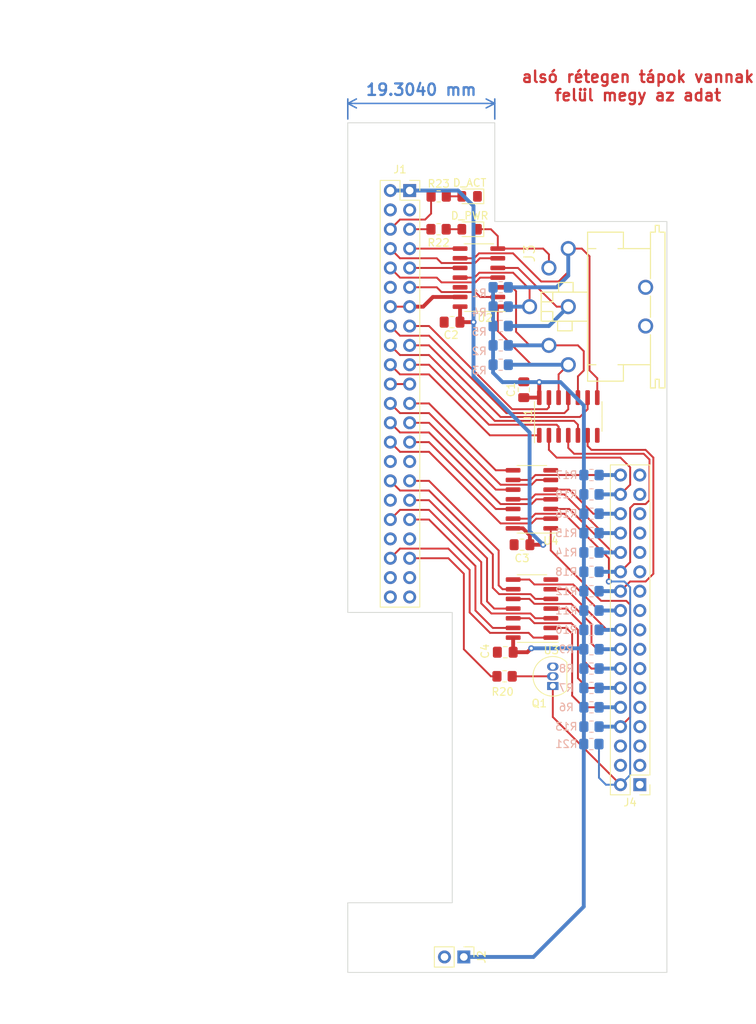
<source format=kicad_pcb>
(kicad_pcb (version 20211014) (generator pcbnew)
  (layers (0 "F.Cu" signal) (31 "B.Cu" signal) (34 "B.Paste" user) (35 "F.Paste" user) (36 "B.SilkS" user "B.Silkscreen") (37 "F.SilkS" user "F.Silkscreen") (38 "B.Mask" user) (39 "F.Mask" user) (44 "Edge.Cuts" user))
  (net 0 "")
  (net 1 "+3V3")
  (net 2 "/WDATE")
  (net 3 "GND")
  (net 7 "+5V")
  (net 8 "/Serial interface/~{SRQ}")
  (net 9 "/Serial interface/~{ATN}")
  (net 10 "/Serial interface/~{CLK}")
  (net 11 "/Serial interface/~{DATA}")
  (net 12 "/Serial interface/~{RESET}")
  (net 14 "/IBM PC floppy interface/~{REDWC}")
  (net 18 "/IBM PC floppy interface/~{INDEX}")
  (net 19 "/IBM PC floppy interface/~{MOTEA}")
  (net 20 "/IBM PC floppy interface/~{DRVSB}")
  (net 21 "/IBM PC floppy interface/~{DRVSA}")
  (net 22 "/IBM PC floppy interface/~{MOTEB}")
  (net 23 "/IBM PC floppy interface/~{DIR}")
  (net 24 "/IBM PC floppy interface/~{STEP}")
  (net 25 "/IBM PC floppy interface/~{WDATE}")
  (net 26 "/IBM PC floppy interface/~{WGATE}")
  (net 27 "/IBM PC floppy interface/~{TRK00}")
  (net 28 "/IBM PC floppy interface/~{WPT}")
  (net 29 "/IBM PC floppy interface/~{RDATA}")
  (net 30 "/IBM PC floppy interface/~{SIDE1}")
  (net 31 "/IBM PC floppy interface/~{DSKCHG}")
  (net 32 "/WGATE")
  (net 33 "Net-(Q1-Pad2)")
  (net 35 "/RESET_IN")
  (net 36 "/ATN_IN")
  (net 37 "/CLK_IN")
  (net 38 "/DATA_IN")
  (net 39 "/SQR_IN")
  (net 40 "/SRQ_OUT")
  (net 41 "/CLK_OUT")
  (net 42 "/DATA_OUT")
  (net 47 "/DSKCHG")
  (net 48 "/RDATA")
  (net 49 "/WPT")
  (net 50 "/TRK00")
  (net 51 "/INDEX")
  (net 52 "/REDWC_IN")
  (net 53 "/STEP")
  (net 54 "/DIR")
  (net 55 "/MOTEB")
  (net 57 "/DRVSB")
  (net 58 "/DRVSA")
  (net 59 "/SIDE1")
  (net 60 "/REDWC_OUT")
  (net 61 "/MOTEA")
  (net 62 "/PWR")
  (net 63 "/ACTION")
  (net 64 "Net-(D_ACT1-Pad2)")
  (net 65 "Net-(D_PWR1-Pad2)")
  (footprint "Capacitor_SMD:C_0805_2012Metric_Pad1.18x1.45mm_HandSolder" (layer "F.Cu") (at 102.5945 75.692 180)
    (fp_text reference "C2")
    (fp_text value "100n")
  )
  (footprint "Resistor_SMD:R_0805_2012Metric_Pad1.20x1.40mm_HandSolder" (layer "F.Cu") (at 100.838 59.182)
    (fp_text reference "R23")
    (fp_text value "680")
  )
  (footprint "Package_SO:SOIC-14_3.9x8.7mm_P1.27mm" (layer "F.Cu") (at 117.856 88.073 90)
    (fp_text reference "U1")
    (fp_text value "74LS06")
  )
  (footprint "Connector_PinHeader_2.54mm:PinHeader_1x02_P2.54mm_Vertical" (layer "F.Cu") (at 104.14 159.004 -90)
    (fp_text reference "J2")
    (fp_text value "5V_PWR")
  )
  (footprint "Connector_PinHeader_2.54mm:PinHeader_2x17_P2.54mm_Vertical" (layer "F.Cu") (at 127.254 136.398 180)
    (fp_text reference "J4")
    (fp_text value "IBM PC floppy disk drive connector")
  )
  (footprint "LED_SMD:LED_0805_2012Metric_Pad1.15x1.40mm_HandSolder" (layer "F.Cu") (at 104.902 59.182 180)
    (fp_text reference "D_ACT")
    (fp_text value "GREEN")
  )
  (footprint "Capacitor_SMD:C_0805_2012Metric_Pad1.18x1.45mm_HandSolder" (layer "F.Cu") (at 112.014 84.5605 90)
    (fp_text reference "C1")
    (fp_text value "100n")
  )
  (footprint "Capacitor_SMD:C_0805_2012Metric_Pad1.18x1.45mm_HandSolder" (layer "F.Cu") (at 109.5795 119.00948 180)
    (fp_text reference "C4")
    (fp_text value "100n")
  )
  (footprint "Connector_PinSocket_2.54mm:PinSocket_2x22_P2.54mm_Vertical" (layer "F.Cu") (at 97.028 58.42)
    (fp_text reference "J1")
    (fp_text value "FPGA_devboard")
  )
  (footprint "Resistor_SMD:R_0805_2012Metric_Pad1.20x1.40mm_HandSolder" (layer "F.Cu") (at 100.822 63.5)
    (fp_text reference "R22")
    (fp_text value "680")
  )
  (footprint "Package_SO:SOIC-14_3.9x8.7mm_P1.27mm" (layer "F.Cu") (at 106.12422 69.85 180)
    (fp_text reference "U2")
    (fp_text value "74LVC14")
  )
  (footprint "Resistor_SMD:R_0805_2012Metric_Pad1.20x1.40mm_HandSolder" (layer "F.Cu") (at 109.49 122.174)
    (fp_text reference "R20")
    (fp_text value "R")
  )
  (footprint "Capacitor_SMD:C_0805_2012Metric_Pad1.18x1.45mm_HandSolder" (layer "F.Cu") (at 111.7815 104.902 180)
    (fp_text reference "C3")
    (fp_text value "100n")
  )
  (footprint "Package_SO:SOIC-14_3.9x8.7mm_P1.27mm" (layer "F.Cu") (at 113.08152 98.94348 180)
    (fp_text reference "U4")
    (fp_text value "74LVC14")
  )
  (footprint "Package_SO:SOIC-14_3.9x8.7mm_P1.27mm" (layer "F.Cu") (at 113.095 113.284 180)
    (fp_text reference "U3")
    (fp_text value "74LS06")
  )
  (footprint "MAB6H:MAB6H" (layer "F.Cu") (at 122.936 73.66 90)
    (fp_text reference "J3")
    (fp_text value "Serial IEEE-488 Bus")
  )
  (footprint "LED_SMD:LED_0805_2012Metric_Pad1.15x1.40mm_HandSolder" (layer "F.Cu") (at 104.902 63.5 180)
    (fp_text reference "D_PWR")
    (fp_text value "RED")
  )
  (footprint "Package_TO_SOT_THT:TO-92_Inline" (layer "F.Cu") (at 115.824 123.444 90)
    (fp_text reference "Q1")
    (fp_text value "BC337")
  )
  (footprint "Resistor_SMD:R_0805_2012Metric_Pad1.20x1.40mm_HandSolder" (layer "B.Cu") (at 120.904 123.698)
    (fp_text reference "R7")
    (fp_text value "1k")
  )
  (footprint "Resistor_SMD:R_0805_2012Metric_Pad1.20x1.40mm_HandSolder" (layer "B.Cu") (at 108.982 73.66)
    (fp_text reference "R4")
    (fp_text value "1k")
  )
  (footprint "Resistor_SMD:R_0805_2012Metric_Pad1.20x1.40mm_HandSolder" (layer "B.Cu") (at 120.904 116.078)
    (fp_text reference "R10")
    (fp_text value "1k")
  )
  (footprint "Resistor_SMD:R_0805_2012Metric_Pad1.20x1.40mm_HandSolder" (layer "B.Cu") (at 120.904 103.378)
    (fp_text reference "R15")
    (fp_text value "1k")
  )
  (footprint "Resistor_SMD:R_0805_2012Metric_Pad1.20x1.40mm_HandSolder" (layer "B.Cu") (at 120.904 113.538)
    (fp_text reference "R11")
    (fp_text value "1k")
  )
  (footprint "Resistor_SMD:R_0805_2012Metric_Pad1.20x1.40mm_HandSolder" (layer "B.Cu") (at 120.904 121.158)
    (fp_text reference "R8")
    (fp_text value "1k")
  )
  (footprint "Resistor_SMD:R_0805_2012Metric_Pad1.20x1.40mm_HandSolder" (layer "B.Cu") (at 108.982 78.74)
    (fp_text reference "R2")
    (fp_text value "1k")
  )
  (footprint "Resistor_SMD:R_0805_2012Metric_Pad1.20x1.40mm_HandSolder" (layer "B.Cu") (at 120.904 95.758)
    (fp_text reference "R17")
    (fp_text value "1k")
  )
  (footprint "Resistor_SMD:R_0805_2012Metric_Pad1.20x1.40mm_HandSolder" (layer "B.Cu") (at 120.904 98.298)
    (fp_text reference "R19")
    (fp_text value "1k")
  )
  (footprint "Resistor_SMD:R_0805_2012Metric_Pad1.20x1.40mm_HandSolder" (layer "B.Cu") (at 108.982 81.28)
    (fp_text reference "R3")
    (fp_text value "1k")
  )
  (footprint "Resistor_SMD:R_0805_2012Metric_Pad1.20x1.40mm_HandSolder" (layer "B.Cu") (at 120.904 108.458)
    (fp_text reference "R18")
    (fp_text value "1k")
  )
  (footprint "Resistor_SMD:R_0805_2012Metric_Pad1.20x1.40mm_HandSolder" (layer "B.Cu") (at 120.904 110.998)
    (fp_text reference "R12")
    (fp_text value "1k")
  )
  (footprint "Resistor_SMD:R_0805_2012Metric_Pad1.20x1.40mm_HandSolder" (layer "B.Cu") (at 120.904 118.618)
    (fp_text reference "R9")
    (fp_text value "1k")
  )
  (footprint "Resistor_SMD:R_0805_2012Metric_Pad1.20x1.40mm_HandSolder" (layer "B.Cu") (at 120.904 100.838)
    (fp_text reference "R16")
    (fp_text value "1k")
  )
  (footprint "Resistor_SMD:R_0805_2012Metric_Pad1.20x1.40mm_HandSolder" (layer "B.Cu") (at 120.904 128.778)
    (fp_text reference "R13")
    (fp_text value "1k")
  )
  (footprint "Resistor_SMD:R_0805_2012Metric_Pad1.20x1.40mm_HandSolder" (layer "B.Cu") (at 108.982 71.12)
    (fp_text reference "R1")
    (fp_text value "1k")
  )
  (footprint "Resistor_SMD:R_0805_2012Metric_Pad1.20x1.40mm_HandSolder" (layer "B.Cu") (at 120.904 126.238)
    (fp_text reference "R6")
    (fp_text value "1k")
  )
  (footprint "Resistor_SMD:R_0805_2012Metric_Pad1.20x1.40mm_HandSolder" (layer "B.Cu") (at 120.888 131.064)
    (fp_text reference "R21")
    (fp_text value "1k")
  )
  (footprint "Resistor_SMD:R_0805_2012Metric_Pad1.20x1.40mm_HandSolder" (layer "B.Cu") (at 108.982 76.2)
    (fp_text reference "R5")
    (fp_text value "1k")
  )
  (footprint "Resistor_SMD:R_0805_2012Metric_Pad1.20x1.40mm_HandSolder" (layer "B.Cu") (at 120.904 105.918)
    (fp_text reference "R14")
    (fp_text value "1k")
  )
  (gr_line (start 108.204 49.53) (end 108.204 62.484) (layer "Edge.Cuts") (width 0.1))
  (gr_line (start 88.9 113.792) (end 102.616 113.792) (layer "Edge.Cuts") (width 0.1))
  (gr_line (start 88.9 151.892) (end 88.9 161.036) (layer "Edge.Cuts") (width 0.1))
  (gr_line (start 130.81 161.036) (end 88.9 161.036) (layer "Edge.Cuts") (width 0.1))
  (gr_line (start 88.9 113.792) (end 88.9 49.53) (layer "Edge.Cuts") (width 0.1))
  (gr_line (start 108.204 62.484) (end 130.81 62.484) (layer "Edge.Cuts") (width 0.1))
  (gr_line (start 88.9 49.53) (end 108.204 49.53) (layer "Edge.Cuts") (width 0.1))
  (gr_line (start 130.81 62.484) (end 130.81 161.036) (layer "Edge.Cuts") (width 0.1))
  (gr_line (start 102.616 151.892) (end 88.9 151.892) (layer "Edge.Cuts") (width 0.1))
  (gr_line (start 102.616 113.792) (end 102.616 151.892) (layer "Edge.Cuts") (width 0.1))
  (gr_text "alsó rétegen tápok vannak\nfelül megy az adat" (at 127 44.704) (layer "F.Cu") (effects (font (size 1.5 1.5) (thickness 0.3))))
  (dimension (type aligned) (layer "B.Cu") (pts (xy 88.9 49.53) (xy 108.204 49.53)) (height -2.54) (gr_text "19,3040 mm" (at 98.552 45.19) (layer "B.Cu") (effects (font (size 1.5 1.5) (thickness 0.3)))) (format (units 3) (units_format 1) (precision 4)) (style (thickness 0.2) (arrow_length 1.27) (text_position_mode 0) (extension_height 0.58642) (extension_offset 0.5) keep_text_aligned))
  (segment (start 112.819 103.675) (end 112.819 104.902) (width 0.508) (layer "F.Cu") (net 1))
  (segment (start 103.64922 75.692) (end 103.64922 73.66) (width 0.508) (layer "F.Cu") (net 1))
  (segment (start 112.819 104.902) (end 114.554 104.902) (width 0.508) (layer "F.Cu") (net 1))
  (segment (start 111.89748 102.75348) (end 112.819 103.675) (width 0.508) (layer "F.Cu") (net 1))
  (segment (start 110.60652 102.75348) (end 111.89748 102.75348) (width 0.508) (layer "F.Cu") (net 1))
  (segment (start 103.70074 75.692) (end 103.632 75.62326) (width 0.508) (layer "F.Cu") (net 1))
  (segment (start 105.41 75.692) (end 103.70074 75.692) (width 0.508) (layer "F.Cu") (net 1))
  (via (at 105.41 75.692) (size 0.8) (drill 0.4) (layers "F.Cu" "B.Cu") (net 1))
  (via (at 114.554 104.902) (size 0.8) (drill 0.4) (layers "F.Cu" "B.Cu") (net 1))
  (segment (start 114.554 104.902) (end 112.776 103.124) (width 0.508) (layer "B.Cu") (net 1))
  (segment (start 97.028 58.42) (end 103.378 58.42) (width 0.508) (layer "B.Cu") (net 1))
  (segment (start 112.776 103.124) (end 112.776 90.17) (width 0.508) (layer "B.Cu") (net 1))
  (segment (start 103.378 58.42) (end 105.41 60.452) (width 0.508) (layer "B.Cu") (net 1))
  (segment (start 94.488 58.42) (end 97.028 58.42) (width 0.508) (layer "B.Cu") (net 1))
  (segment (start 112.776 90.17) (end 105.41 82.804) (width 0.508) (layer "B.Cu") (net 1))
  (segment (start 105.41 82.804) (end 105.41 75.692) (width 0.508) (layer "B.Cu") (net 1))
  (segment (start 105.41 60.452) (end 105.41 75.692) (width 0.508) (layer "B.Cu") (net 1))
  (segment (start 118.618 88.646) (end 119.126 89.154) (width 0.25) (layer "F.Cu") (net 2))
  (segment (start 95.758 80.01) (end 99.568 80.01) (width 0.25) (layer "F.Cu") (net 2))
  (segment (start 94.488 78.74) (end 95.758 80.01) (width 0.25) (layer "F.Cu") (net 2))
  (segment (start 108.204 88.646) (end 118.618 88.646) (width 0.25) (layer "F.Cu") (net 2))
  (segment (start 119.126 89.154) (end 119.126 90.548) (width 0.25) (layer "F.Cu") (net 2))
  (segment (start 99.568 80.01) (end 108.204 88.646) (width 0.25) (layer "F.Cu") (net 2))
  (segment (start 105.936 63.5) (end 107.696 63.5) (width 0.25) (layer "F.Cu") (net 3))
  (segment (start 94.488 83.82) (end 97.028 83.82) (width 0.25) (layer "F.Cu") (net 3))
  (segment (start 108.59922 66.04) (end 114.554 66.04) (width 0.25) (layer "F.Cu") (net 3))
  (segment (start 115.316 66.802) (end 115.316 68.58) (width 0.25) (layer "F.Cu") (net 3))
  (segment (start 94.488 73.66) (end 97.028 73.66) (width 0.25) (layer "F.Cu") (net 3))
  (segment (start 108.59922 64.40322) (end 108.59922 66.04) (width 0.25) (layer "F.Cu") (net 3))
  (segment (start 98.806 73.66) (end 100.076 72.39) (width 0.508) (layer "F.Cu") (net 3))
  (segment (start 114.554 66.04) (end 115.316 66.802) (width 0.25) (layer "F.Cu") (net 3))
  (segment (start 97.028 73.66) (end 98.806 73.66) (width 0.508) (layer "F.Cu") (net 3))
  (segment (start 100.076 72.39) (end 103.64922 72.39) (width 0.508) (layer "F.Cu") (net 3))
  (segment (start 107.696 63.5) (end 108.59922 64.40322) (width 0.25) (layer "F.Cu") (net 3))
  (segment (start 110.617 119.00948) (end 112.49052 119.00948) (width 0.508) (layer "F.Cu") (net 7))
  (segment (start 112.014 85.598) (end 114.046 85.598) (width 0.508) (layer "F.Cu") (net 7))
  (segment (start 110.62 119.00948) (end 110.62 117.094) (width 0.508) (layer "F.Cu") (net 7))
  (segment (start 114.046 83.566) (end 114.046 85.598) (width 0.508) (layer "F.Cu") (net 7))
  (segment (start 112.49052 119.00948) (end 113 118.5) (width 0.508) (layer "F.Cu") (net 7))
  (via (at 114.046 83.566) (size 0.8) (drill 0.4) (layers "F.Cu" "B.Cu") (net 7))
  (via (at 113 118.5) (size 0.8) (drill 0.4) (layers "F.Cu" "B.Cu") (net 7))
  (segment (start 119.904 95.758) (end 119.904 86.63) (width 0.508) (layer "B.Cu") (net 7))
  (segment (start 119.904 131.048) (end 119.888 131.064) (width 0.508) (layer "B.Cu") (net 7))
  (segment (start 109.22 83.566) (end 114.046 83.566) (width 0.508) (layer "B.Cu") (net 7))
  (segment (start 119.888 152.4) (end 113.284 159.004) (width 0.508) (layer "B.Cu") (net 7))
  (segment (start 113 118.5) (end 119.786 118.5) (width 0.508) (layer "B.Cu") (net 7))
  (segment (start 119.904 95.758) (end 119.904 128.778) (width 0.508) (layer "B.Cu") (net 7))
  (segment (start 113.284 159.004) (end 104.14 159.004) (width 0.508) (layer "B.Cu") (net 7))
  (segment (start 107.982 71.12) (end 107.982 81.28) (width 0.508) (layer "B.Cu") (net 7))
  (segment (start 107.982 81.28) (end 107.982 82.328) (width 0.508) (layer "B.Cu") (net 7))
  (segment (start 119.904 128.778) (end 119.904 131.048) (width 0.508) (layer "B.Cu") (net 7))
  (segment (start 116.84 83.566) (end 114.046 83.566) (width 0.508) (layer "B.Cu") (net 7))
  (segment (start 119.888 131.064) (end 119.888 152.4) (width 0.508) (layer "B.Cu") (net 7))
  (segment (start 107.982 82.328) (end 108.966 83.312) (width 0.508) (layer "B.Cu") (net 7))
  (segment (start 119.904 86.63) (end 116.84 83.566) (width 0.508) (layer "B.Cu") (net 7))
  (segment (start 108.966 83.312) (end 109.22 83.566) (width 0.508) (layer "B.Cu") (net 7))
  (segment (start 119.786 118.5) (end 119.904 118.618) (width 0.508) (layer "B.Cu") (net 7))
  (segment (start 114.3 70.358) (end 116.586 70.358) (width 0.25) (layer "F.Cu") (net 8))
  (segment (start 121.666 83.058) (end 120.65 82.042) (width 0.25) (layer "F.Cu") (net 8))
  (segment (start 116.586 70.358) (end 117.856 69.088) (width 0.25) (layer "F.Cu") (net 8))
  (segment (start 103.64922 67.31) (end 105.47874 67.31) (width 0.25) (layer "F.Cu") (net 8))
  (segment (start 117.856 69.088) (end 117.856 66.04) (width 0.25) (layer "F.Cu") (net 8))
  (segment (start 121.666 85.598) (end 121.666 83.058) (width 0.25) (layer "F.Cu") (net 8))
  (segment (start 120.65 82.042) (end 120.65 67.056) (width 0.25) (layer "F.Cu") (net 8))
  (segment (start 110.60652 66.66452) (end 114.3 70.358) (width 0.25) (layer "F.Cu") (net 8))
  (segment (start 119.634 66.04) (end 117.856 66.04) (width 0.25) (layer "F.Cu") (net 8))
  (segment (start 120.65 67.056) (end 119.634 66.04) (width 0.25) (layer "F.Cu") (net 8))
  (segment (start 105.47874 67.31) (end 106.12422 66.66452) (width 0.25) (layer "F.Cu") (net 8))
  (segment (start 106.12422 66.66452) (end 110.60652 66.66452) (width 0.25) (layer "F.Cu") (net 8))
  (segment (start 109.982 71.12) (end 116.332 71.12) (width 0.508) (layer "B.Cu") (net 8))
  (segment (start 116.332 71.12) (end 117.856 69.596) (width 0.508) (layer "B.Cu") (net 8))
  (segment (start 117.856 69.596) (end 117.856 66.04) (width 0.508) (layer "B.Cu") (net 8))
  (segment (start 111.252 68.58) (end 116.332 73.66) (width 0.25) (layer "F.Cu") (net 9))
  (segment (start 108.59922 68.58) (end 111.252 68.58) (width 0.25) (layer "F.Cu") (net 9))
  (segment (start 116.332 73.66) (end 117.856 73.66) (width 0.25) (layer "F.Cu") (net 9))
  (segment (start 109.982 76.2) (end 115.316 76.2) (width 0.508) (layer "B.Cu") (net 9))
  (segment (start 115.316 76.2) (end 117.856 73.66) (width 0.508) (layer "B.Cu") (net 9))
  (segment (start 119.126 78.74) (end 115.316 78.74) (width 0.25) (layer "F.Cu") (net 10))
  (segment (start 108.59922 71.12) (end 110.49 71.12) (width 0.25) (layer "F.Cu") (net 10))
  (segment (start 119.126 85.598) (end 119.126 82.804) (width 0.25) (layer "F.Cu") (net 10))
  (segment (start 119.888 79.502) (end 119.126 78.74) (width 0.25) (layer "F.Cu") (net 10))
  (segment (start 119.888 82.042) (end 119.888 79.502) (width 0.25) (layer "F.Cu") (net 10))
  (segment (start 110.998 71.628) (end 110.998 76.962) (width 0.25) (layer "F.Cu") (net 10))
  (segment (start 110.49 71.12) (end 110.998 71.628) (width 0.25) (layer "F.Cu") (net 10))
  (segment (start 112.776 78.74) (end 115.316 78.74) (width 0.25) (layer "F.Cu") (net 10))
  (segment (start 119.126 82.804) (end 119.888 82.042) (width 0.25) (layer "F.Cu") (net 10))
  (segment (start 110.998 76.962) (end 112.776 78.74) (width 0.25) (layer "F.Cu") (net 10))
  (segment (start 109.982 78.74) (end 115.316 78.74) (width 0.508) (layer "B.Cu") (net 10))
  (segment (start 116.586 82.55) (end 117.856 81.28) (width 0.25) (layer "F.Cu") (net 11))
  (segment (start 116.586 85.598) (end 116.586 82.55) (width 0.25) (layer "F.Cu") (net 11))
  (segment (start 108.59922 73.66) (end 108.59922 76.84922) (width 0.25) (layer "F.Cu") (net 11))
  (segment (start 113.03 81.28) (end 117.856 81.28) (width 0.25) (layer "F.Cu") (net 11))
  (segment (start 108.59922 76.84922) (end 113.03 81.28) (width 0.25) (layer "F.Cu") (net 11))
  (segment (start 109.982 81.28) (end 117.856 81.28) (width 0.508) (layer "B.Cu") (net 11))
  (segment (start 112.776 71.374) (end 112.776 73.66) (width 0.25) (layer "F.Cu") (net 12))
  (segment (start 103.64922 69.85) (end 105.52652 69.85) (width 0.25) (layer "F.Cu") (net 12))
  (segment (start 106.172 69.20452) (end 110.60652 69.20452) (width 0.25) (layer "F.Cu") (net 12))
  (segment (start 110.60652 69.20452) (end 112.776 71.374) (width 0.25) (layer "F.Cu") (net 12))
  (segment (start 105.52652 69.85) (end 106.172 69.20452) (width 0.25) (layer "F.Cu") (net 12))
  (segment (start 109.982 73.66) (end 112.776 73.66) (width 0.508) (layer "B.Cu") (net 12))
  (segment (start 115.824 123.444) (end 115.824 127.508) (width 0.25) (layer "F.Cu") (net 14))
  (segment (start 110.60652 101.48348) (end 112.89252 101.48348) (width 0.25) (layer "F.Cu") (net 14))
  (segment (start 113.538 100.838) (end 117.348 100.838) (width 0.25) (layer "F.Cu") (net 14))
  (segment (start 117.348 100.838) (end 123.19 106.68) (width 0.25) (layer "F.Cu") (net 14))
  (segment (start 115.824 127.508) (end 124.714 136.398) (width 0.25) (layer "F.Cu") (net 14))
  (segment (start 123.19 106.68) (end 123.19 109.728) (width 0.25) (layer "F.Cu") (net 14))
  (segment (start 112.89252 101.48348) (end 113.538 100.838) (width 0.25) (layer "F.Cu") (net 14))
  (via (at 123.19 109.728) (size 0.8) (drill 0.4) (layers "F.Cu" "B.Cu") (net 14))
  (segment (start 122.802 136.398) (end 124.714 136.398) (width 0.25) (layer "B.Cu") (net 14))
  (segment (start 125.222 109.728) (end 125.984 110.49) (width 0.25) (layer "B.Cu") (net 14))
  (segment (start 122.8 136.4) (end 122.802 136.398) (width 0.25) (layer "B.Cu") (net 14))
  (segment (start 121.888 131.064) (end 121.888 135.488) (width 0.25) (layer "B.Cu") (net 14))
  (segment (start 125.984 110.49) (end 125.984 135.128) (width 0.25) (layer "B.Cu") (net 14))
  (segment (start 123.19 109.728) (end 125.222 109.728) (width 0.25) (layer "B.Cu") (net 14))
  (segment (start 125.984 135.128) (end 124.714 136.398) (width 0.25) (layer "B.Cu") (net 14))
  (segment (start 121.888 135.488) (end 122.8 136.4) (width 0.25) (layer "B.Cu") (net 14))
  (segment (start 125.984 127.508) (end 125.984 112.776) (width 0.25) (layer "F.Cu") (net 18))
  (segment (start 122.174 112.268) (end 115.55652 105.65052) (width 0.25) (layer "F.Cu") (net 18))
  (segment (start 124.714 128.778) (end 125.984 127.508) (width 0.25) (layer "F.Cu") (net 18))
  (segment (start 125.984 112.776) (end 125.476 112.268) (width 0.25) (layer "F.Cu") (net 18))
  (segment (start 115.55652 105.65052) (end 115.55652 102.75348) (width 0.25) (layer "F.Cu") (net 18))
  (segment (start 125.476 112.268) (end 122.174 112.268) (width 0.25) (layer "F.Cu") (net 18))
  (segment (start 121.904 128.778) (end 124.714 128.778) (width 0.508) (layer "B.Cu") (net 18))
  (segment (start 118.364 124.714) (end 119.888 126.238) (width 0.25) (layer "F.Cu") (net 19))
  (segment (start 115.57 115.824) (end 117.602 115.824) (width 0.25) (layer "F.Cu") (net 19))
  (segment (start 119.888 126.238) (end 124.714 126.238) (width 0.25) (layer "F.Cu") (net 19))
  (segment (start 118.364 116.586) (end 118.364 124.714) (width 0.25) (layer "F.Cu") (net 19))
  (segment (start 117.602 115.824) (end 118.364 116.586) (width 0.25) (layer "F.Cu") (net 19))
  (segment (start 121.904 126.238) (end 124.714 126.238) (width 0.508) (layer "B.Cu") (net 19))
  (segment (start 112.75504 114.554) (end 110.62 114.554) (width 0.25) (layer "F.Cu") (net 20))
  (segment (start 113.40052 115.19948) (end 118.24748 115.19948) (width 0.25) (layer "F.Cu") (net 20))
  (segment (start 124.714 123.698) (end 120.396 123.698) (width 0.25) (layer "F.Cu") (net 20))
  (segment (start 118.24748 115.19948) (end 119.126 116.078) (width 0.25) (layer "F.Cu") (net 20))
  (segment (start 119.126 116.078) (end 119.126 122.428) (width 0.25) (layer "F.Cu") (net 20))
  (segment (start 120.396 123.698) (end 119.126 122.428) (width 0.25) (layer "F.Cu") (net 20))
  (segment (start 113.40052 115.19948) (end 112.75504 114.554) (width 0.25) (layer "F.Cu") (net 20))
  (segment (start 121.904 123.698) (end 124.714 123.698) (width 0.508) (layer "B.Cu") (net 20))
  (segment (start 117.602 113.284) (end 119.888 115.57) (width 0.25) (layer "F.Cu") (net 21))
  (segment (start 119.888 120.142) (end 120.904 121.158) (width 0.25) (layer "F.Cu") (net 21))
  (segment (start 115.57 113.284) (end 117.602 113.284) (width 0.25) (layer "F.Cu") (net 21))
  (segment (start 119.888 115.57) (end 119.888 120.142) (width 0.25) (layer "F.Cu") (net 21))
  (segment (start 120.904 121.158) (end 124.714 121.158) (width 0.25) (layer "F.Cu") (net 21))
  (segment (start 121.904 121.158) (end 124.714 121.158) (width 0.508) (layer "B.Cu") (net 21))
  (segment (start 112.75504 112.014) (end 113.40052 112.65948) (width 0.25) (layer "F.Cu") (net 22))
  (segment (start 121.666 118.618) (end 120.904 117.856) (width 0.25) (layer "F.Cu") (net 22))
  (segment (start 118.24748 112.65948) (end 118.22652 112.65948) (width 0.25) (layer "F.Cu") (net 22))
  (segment (start 120.904 115.316) (end 118.24748 112.65948) (width 0.25) (layer "F.Cu") (net 22))
  (segment (start 124.714 118.618) (end 121.666 118.618) (width 0.25) (layer "F.Cu") (net 22))
  (segment (start 110.62 112.014) (end 112.75504 112.014) (width 0.25) (layer "F.Cu") (net 22))
  (segment (start 113.40052 112.65948) (end 118.22652 112.65948) (width 0.25) (layer "F.Cu") (net 22))
  (segment (start 120.904 117.856) (end 120.904 115.316) (width 0.25) (layer "F.Cu") (net 22))
  (segment (start 121.904 118.618) (end 124.714 118.618) (width 0.508) (layer "B.Cu") (net 22))
  (segment (start 115.57 110.744) (end 117.602 110.744) (width 0.25) (layer "F.Cu") (net 23))
  (segment (start 117.602 110.744) (end 122.936 116.078) (width 0.25) (layer "F.Cu") (net 23))
  (segment (start 122.936 116.078) (end 124.714 116.078) (width 0.25) (layer "F.Cu") (net 23))
  (segment (start 121.904 116.078) (end 124.714 116.078) (width 0.508) (layer "B.Cu") (net 23))
  (segment (start 110.62 109.474) (end 112.75504 109.474) (width 0.25) (layer "F.Cu") (net 24))
  (segment (start 113.40052 110.11948) (end 118.50148 110.11948) (width 0.25) (layer "F.Cu") (net 24))
  (segment (start 121.92 113.538) (end 124.714 113.538) (width 0.25) (layer "F.Cu") (net 24))
  (segment (start 118.50148 110.11948) (end 121.92 113.538) (width 0.25) (layer "F.Cu") (net 24))
  (segment (start 112.75504 109.474) (end 113.40052 110.11948) (width 0.25) (layer "F.Cu") (net 24))
  (segment (start 121.904 113.538) (end 124.714 113.538) (width 0.508) (layer "B.Cu") (net 24))
  (segment (start 128.016 109.728) (end 125.984 109.728) (width 0.25) (layer "F.Cu") (net 25))
  (segment (start 129.032 108.712) (end 128.016 109.728) (width 0.25) (layer "F.Cu") (net 25))
  (segment (start 125.984 109.728) (end 124.714 110.998) (width 0.25) (layer "F.Cu") (net 25))
  (segment (start 120.904 92.456) (end 128.016 92.456) (width 0.25) (layer "F.Cu") (net 25))
  (segment (start 120.396 91.948) (end 120.904 92.456) (width 0.25) (layer "F.Cu") (net 25))
  (segment (start 128.016 92.456) (end 129.032 93.472) (width 0.25) (layer "F.Cu") (net 25))
  (segment (start 120.396 90.548) (end 120.396 91.948) (width 0.25) (layer "F.Cu") (net 25))
  (segment (start 129.032 93.472) (end 129.032 108.712) (width 0.25) (layer "F.Cu") (net 25))
  (segment (start 121.904 110.998) (end 124.714 110.998) (width 0.508) (layer "B.Cu") (net 25))
  (segment (start 128.524 93.726) (end 128.524 99.06) (width 0.25) (layer "F.Cu") (net 26))
  (segment (start 128.016 99.568) (end 126.492 99.568) (width 0.25) (layer "F.Cu") (net 26))
  (segment (start 125.984 100.076) (end 125.984 107.188) (width 0.25) (layer "F.Cu") (net 26))
  (segment (start 126.492 99.568) (end 125.984 100.076) (width 0.25) (layer "F.Cu") (net 26))
  (segment (start 128.524 99.06) (end 128.016 99.568) (width 0.25) (layer "F.Cu") (net 26))
  (segment (start 117.856 92.202) (end 118.618 92.964) (width 0.25) (layer "F.Cu") (net 26))
  (segment (start 117.856 90.548) (end 117.856 92.202) (width 0.25) (layer "F.Cu") (net 26))
  (segment (start 125.984 107.188) (end 124.714 108.458) (width 0.25) (layer "F.Cu") (net 26))
  (segment (start 118.618 92.964) (end 127.762 92.964) (width 0.25) (layer "F.Cu") (net 26))
  (segment (start 127.762 92.964) (end 128.524 93.726) (width 0.25) (layer "F.Cu") (net 26))
  (segment (start 121.904 108.458) (end 124.714 108.458) (width 0.508) (layer "B.Cu") (net 26))
  (segment (start 117.99348 100.21348) (end 123.698 105.918) (width 0.25) (layer "F.Cu") (net 27))
  (segment (start 115.55652 100.21348) (end 117.99348 100.21348) (width 0.25) (layer "F.Cu") (net 27))
  (segment (start 123.698 105.918) (end 124.714 105.918) (width 0.25) (layer "F.Cu") (net 27))
  (segment (start 121.904 105.918) (end 124.714 105.918) (width 0.508) (layer "B.Cu") (net 27))
  (segment (start 117.348 98.298) (end 122.428 103.378) (width 0.25) (layer "F.Cu") (net 28))
  (segment (start 122.428 103.378) (end 124.714 103.378) (width 0.25) (layer "F.Cu") (net 28))
  (segment (start 112.89252 98.94348) (end 113.538 98.298) (width 0.25) (layer "F.Cu") (net 28))
  (segment (start 110.60652 98.94348) (end 112.89252 98.94348) (width 0.25) (layer "F.Cu") (net 28))
  (segment (start 113.538 98.298) (end 117.348 98.298) (width 0.25) (layer "F.Cu") (net 28))
  (segment (start 121.904 103.378) (end 124.714 103.378) (width 0.508) (layer "B.Cu") (net 28))
  (segment (start 115.55652 97.67348) (end 117.99348 97.67348) (width 0.25) (layer "F.Cu") (net 29))
  (segment (start 117.99348 97.67348) (end 121.158 100.838) (width 0.25) (layer "F.Cu") (net 29))
  (segment (start 121.158 100.838) (end 124.714 100.838) (width 0.25) (layer "F.Cu") (net 29))
  (segment (start 121.904 100.838) (end 124.714 100.838) (width 0.508) (layer "B.Cu") (net 29))
  (segment (start 124.714 93.472) (end 116.332 93.472) (width 0.25) (layer "F.Cu") (net 30))
  (segment (start 116.332 93.472) (end 115.316 92.456) (width 0.25) (layer "F.Cu") (net 30))
  (segment (start 115.316 92.456) (end 115.316 90.548) (width 0.25) (layer "F.Cu") (net 30))
  (segment (start 124.714 98.298) (end 125.984 97.028) (width 0.25) (layer "F.Cu") (net 30))
  (segment (start 125.984 94.742) (end 124.714 93.472) (width 0.25) (layer "F.Cu") (net 30))
  (segment (start 125.984 97.028) (end 125.984 94.742) (width 0.25) (layer "F.Cu") (net 30))
  (segment (start 121.904 98.298) (end 124.714 98.298) (width 0.508) (layer "B.Cu") (net 30))
  (segment (start 113.538 95.758) (end 124.714 95.758) (width 0.25) (layer "F.Cu") (net 31))
  (segment (start 112.89252 96.40348) (end 113.538 95.758) (width 0.25) (layer "F.Cu") (net 31))
  (segment (start 110.60652 96.40348) (end 112.89252 96.40348) (width 0.25) (layer "F.Cu") (net 31))
  (segment (start 121.904 95.758) (end 124.714 95.758) (width 0.508) (layer "B.Cu") (net 31))
  (segment (start 97.028 81.28) (end 99.568 81.28) (width 0.25) (layer "F.Cu") (net 32))
  (segment (start 116.332 89.154) (end 116.586 89.408) (width 0.25) (layer "F.Cu") (net 32))
  (segment (start 116.586 89.408) (end 116.586 90.548) (width 0.25) (layer "F.Cu") (net 32))
  (segment (start 107.442 89.154) (end 116.332 89.154) (width 0.25) (layer "F.Cu") (net 32))
  (segment (start 99.568 81.28) (end 107.442 89.154) (width 0.25) (layer "F.Cu") (net 32))
  (segment (start 110.49 122.174) (end 115.824 122.174) (width 0.25) (layer "F.Cu") (net 33))
  (segment (start 97.028 68.58) (end 103.64922 68.58) (width 0.25) (layer "F.Cu") (net 35))
  (segment (start 106.24074 67.31) (end 108.59922 67.31) (width 0.25) (layer "F.Cu") (net 36))
  (segment (start 94.488 66.04) (end 95.758 67.31) (width 0.25) (layer "F.Cu") (net 36))
  (segment (start 100.584 67.31) (end 101.20852 67.93452) (width 0.25) (layer "F.Cu") (net 36))
  (segment (start 105.61622 67.93452) (end 106.24074 67.31) (width 0.25) (layer "F.Cu") (net 36))
  (segment (start 101.20852 67.93452) (end 105.61622 67.93452) (width 0.25) (layer "F.Cu") (net 36))
  (segment (start 95.758 67.31) (end 100.584 67.31) (width 0.25) (layer "F.Cu") (net 36))
  (segment (start 105.664 70.47452) (end 106.28852 69.85) (width 0.25) (layer "F.Cu") (net 37))
  (segment (start 106.28852 69.85) (end 108.59922 69.85) (width 0.25) (layer "F.Cu") (net 37))
  (segment (start 94.488 68.58) (end 95.758 69.85) (width 0.25) (layer "F.Cu") (net 37))
  (segment (start 101.20852 70.47452) (end 105.664 70.47452) (width 0.25) (layer "F.Cu") (net 37))
  (segment (start 95.758 69.85) (end 100.584 69.85) (width 0.25) (layer "F.Cu") (net 37))
  (segment (start 100.584 69.85) (end 101.20852 70.47452) (width 0.25) (layer "F.Cu") (net 37))
  (segment (start 101.20852 71.74452) (end 105.64198 71.74452) (width 0.25) (layer "F.Cu") (net 38))
  (segment (start 97.028 71.12) (end 100.584 71.12) (width 0.25) (layer "F.Cu") (net 38))
  (segment (start 106.28746 72.39) (end 108.59922 72.39) (width 0.25) (layer "F.Cu") (net 38))
  (segment (start 105.64198 71.74452) (end 106.28746 72.39) (width 0.25) (layer "F.Cu") (net 38))
  (segment (start 100.584 71.12) (end 101.20852 71.74452) (width 0.25) (layer "F.Cu") (net 38))
  (segment (start 97.028 66.04) (end 103.64922 66.04) (width 0.25) (layer "F.Cu") (net 39))
  (segment (start 97.028 78.74) (end 99.568 78.74) (width 0.25) (layer "F.Cu") (net 40))
  (segment (start 99.568 78.74) (end 108.966 88.138) (width 0.25) (layer "F.Cu") (net 40))
  (segment (start 120.396 87.124776) (end 120.396 85.598) (width 0.25) (layer "F.Cu") (net 40))
  (segment (start 108.966 88.138) (end 119.382776 88.138) (width 0.25) (layer "F.Cu") (net 40))
  (segment (start 119.382776 88.138) (end 120.396 87.124776) (width 0.25) (layer "F.Cu") (net 40))
  (segment (start 117.348 87.63) (end 109.728 87.63) (width 0.25) (layer "F.Cu") (net 41))
  (segment (start 95.758 77.47) (end 99.568 77.47) (width 0.25) (layer "F.Cu") (net 41))
  (segment (start 94.488 76.2) (end 95.758 77.47) (width 0.25) (layer "F.Cu") (net 41))
  (segment (start 117.856 87.122) (end 117.348 87.63) (width 0.25) (layer "F.Cu") (net 41))
  (segment (start 99.568 77.47) (end 109.728 87.63) (width 0.25) (layer "F.Cu") (net 41))
  (segment (start 117.856 85.598) (end 117.856 87.122) (width 0.25) (layer "F.Cu") (net 41))
  (segment (start 110.49 87.122) (end 115.062 87.122) (width 0.25) (layer "F.Cu") (net 42))
  (segment (start 99.568 76.2) (end 110.49 87.122) (width 0.25) (layer "F.Cu") (net 42))
  (segment (start 115.316 86.868) (end 115.062 87.122) (width 0.25) (layer "F.Cu") (net 42))
  (segment (start 115.316 85.598) (end 115.316 86.868) (width 0.25) (layer "F.Cu") (net 42))
  (segment (start 97.028 76.2) (end 99.568 76.2) (width 0.25) (layer "F.Cu") (net 42))
  (segment (start 97.028 86.36) (end 99.568 86.36) (width 0.25) (layer "F.Cu") (net 47))
  (segment (start 108.34148 95.13348) (end 110.60652 95.13348) (width 0.25) (layer "F.Cu") (net 47))
  (segment (start 99.568 86.36) (end 108.34148 95.13348) (width 0.25) (layer "F.Cu") (net 47))
  (segment (start 99.568 87.63) (end 108.966 97.028) (width 0.25) (layer "F.Cu") (net 48))
  (segment (start 99.568 87.63) (end 95.758 87.63) (width 0.25) (layer "F.Cu") (net 48))
  (segment (start 115.55652 96.40348) (end 113.65452 96.40348) (width 0.25) (layer "F.Cu") (net 48))
  (segment (start 113.65452 96.40348) (end 113.03 97.028) (width 0.25) (layer "F.Cu") (net 48))
  (segment (start 108.966 97.028) (end 113.03 97.028) (width 0.25) (layer "F.Cu") (net 48))
  (segment (start 95.758 87.63) (end 94.488 86.36) (width 0.25) (layer "F.Cu") (net 48))
  (segment (start 108.34148 97.67348) (end 110.60652 97.67348) (width 0.25) (layer "F.Cu") (net 49))
  (segment (start 97.028 88.9) (end 99.568 88.9) (width 0.25) (layer "F.Cu") (net 49))
  (segment (start 99.568 88.9) (end 108.34148 97.67348) (width 0.25) (layer "F.Cu") (net 49))
  (segment (start 94.488 88.9) (end 95.758 90.17) (width 0.25) (layer "F.Cu") (net 50))
  (segment (start 113.65452 98.94348) (end 115.55652 98.94348) (width 0.25) (layer "F.Cu") (net 50))
  (segment (start 113.03 99.568) (end 113.65452 98.94348) (width 0.25) (layer "F.Cu") (net 50))
  (segment (start 108.966 99.568) (end 113.03 99.568) (width 0.25) (layer "F.Cu") (net 50))
  (segment (start 99.568 90.17) (end 108.966 99.568) (width 0.25) (layer "F.Cu") (net 50))
  (segment (start 95.758 90.17) (end 99.568 90.17) (width 0.25) (layer "F.Cu") (net 50))
  (segment (start 99.568 92.71) (end 108.966 102.108) (width 0.25) (layer "F.Cu") (net 51))
  (segment (start 94.488 91.44) (end 95.758 92.71) (width 0.25) (layer "F.Cu") (net 51))
  (segment (start 95.758 92.71) (end 99.568 92.71) (width 0.25) (layer "F.Cu") (net 51))
  (segment (start 113.65452 101.48348) (end 115.55652 101.48348) (width 0.25) (layer "F.Cu") (net 51))
  (segment (start 108.966 102.108) (end 113.03 102.108) (width 0.25) (layer "F.Cu") (net 51))
  (segment (start 113.03 102.108) (end 113.65452 101.48348) (width 0.25) (layer "F.Cu") (net 51))
  (segment (start 97.028 91.44) (end 99.568 91.44) (width 0.25) (layer "F.Cu") (net 52))
  (segment (start 99.568 91.44) (end 108.34148 100.21348) (width 0.25) (layer "F.Cu") (net 52))
  (segment (start 108.34148 100.21348) (end 110.60652 100.21348) (width 0.25) (layer "F.Cu") (net 52))
  (segment (start 97.028 96.52) (end 99.568 96.52) (width 0.25) (layer "F.Cu") (net 53))
  (segment (start 108.712 105.664) (end 108.712 110.236) (width 0.25) (layer "F.Cu") (net 53))
  (segment (start 110.62 110.744) (end 109.22 110.744) (width 0.25) (layer "F.Cu") (net 53))
  (segment (start 99.568 96.52) (end 108.712 105.664) (width 0.25) (layer "F.Cu") (net 53))
  (segment (start 108.712 110.236) (end 109.22 110.744) (width 0.25) (layer "F.Cu") (net 53))
  (segment (start 107.95 106.172) (end 107.95 110.56248) (width 0.25) (layer "F.Cu") (net 54))
  (segment (start 113.51704 112.014) (end 112.89252 111.38948) (width 0.25) (layer "F.Cu") (net 54))
  (segment (start 112.89252 111.38948) (end 108.777 111.38948) (width 0.25) (layer "F.Cu") (net 54))
  (segment (start 99.568 97.79) (end 107.95 106.172) (width 0.25) (layer "F.Cu") (net 54))
  (segment (start 107.95 110.56248) (end 108.777 111.38948) (width 0.25) (layer "F.Cu") (net 54))
  (segment (start 115.57 112.014) (end 113.51704 112.014) (width 0.25) (layer "F.Cu") (net 54))
  (segment (start 95.758 97.79) (end 94.488 96.52) (width 0.25) (layer "F.Cu") (net 54))
  (segment (start 99.568 97.79) (end 95.758 97.79) (width 0.25) (layer "F.Cu") (net 54))
  (segment (start 107.188 112.34048) (end 108.13152 113.284) (width 0.25) (layer "F.Cu") (net 55))
  (segment (start 99.568 99.06) (end 97.028 99.06) (width 0.25) (layer "F.Cu") (net 55))
  (segment (start 110.62 113.284) (end 108.13152 113.284) (width 0.25) (layer "F.Cu") (net 55))
  (segment (start 107.188 106.68) (end 107.188 112.34048) (width 0.25) (layer "F.Cu") (net 55))
  (segment (start 99.568 99.06) (end 107.188 106.68) (width 0.25) (layer "F.Cu") (net 55))
  (segment (start 99.568 101.6) (end 105.664 107.696) (width 0.25) (layer "F.Cu") (net 57))
  (segment (start 105.664 107.696) (end 105.664 113.538) (width 0.25) (layer "F.Cu") (net 57))
  (segment (start 105.664 113.538) (end 107.95 115.824) (width 0.25) (layer "F.Cu") (net 57))
  (segment (start 97.028 101.6) (end 99.568 101.6) (width 0.25) (layer "F.Cu") (net 57))
  (segment (start 107.95 115.824) (end 110.62 115.824) (width 0.25) (layer "F.Cu") (net 57))
  (segment (start 94.488 101.6) (end 95.758 100.33) (width 0.25) (layer "F.Cu") (net 58))
  (segment (start 99.568 100.33) (end 106.426 107.188) (width 0.25) (layer "F.Cu") (net 58))
  (segment (start 112.89252 113.92948) (end 113.51704 114.554) (width 0.25) (layer "F.Cu") (net 58))
  (segment (start 106.426 112.59448) (end 107.761 113.92948) (width 0.25) (layer "F.Cu") (net 58))
  (segment (start 95.758 100.33) (end 99.568 100.33) (width 0.25) (layer "F.Cu") (net 58))
  (segment (start 107.761 113.92948) (end 112.89252 113.92948) (width 0.25) (layer "F.Cu") (net 58))
  (segment (start 106.426 107.188) (end 106.426 112.59448) (width 0.25) (layer "F.Cu") (net 58))
  (segment (start 113.51704 114.554) (end 115.57 114.554) (width 0.25) (layer "F.Cu") (net 58))
  (segment (start 94.488 81.28) (end 95.758 82.55) (width 0.25) (layer "F.Cu") (net 59))
  (segment (start 99.568 82.55) (end 107.566 90.548) (width 0.25) (layer "F.Cu") (net 59))
  (segment (start 107.566 90.548) (end 114.046 90.548) (width 0.25) (layer "F.Cu") (net 59))
  (segment (start 95.758 82.55) (end 99.568 82.55) (width 0.25) (layer "F.Cu") (net 59))
  (segment (start 104.14 108.712) (end 104.14 118.618) (width 0.25) (layer "F.Cu") (net 60))
  (segment (start 107.696 122.174) (end 104.14 118.618) (width 0.25) (layer "F.Cu") (net 60))
  (segment (start 97.028 106.68) (end 102.108 106.68) (width 0.25) (layer "F.Cu") (net 60))
  (segment (start 102.108 106.68) (end 104.14 108.712) (width 0.25) (layer "F.Cu") (net 60))
  (segment (start 108.49 122.174) (end 107.696 122.174) (width 0.25) (layer "F.Cu") (net 60))
  (segment (start 95.758 105.41) (end 102.108 105.41) (width 0.25) (layer "F.Cu") (net 61))
  (segment (start 94.488 106.68) (end 95.758 105.41) (width 0.25) (layer "F.Cu") (net 61))
  (segment (start 102.108 105.41) (end 104.902 108.204) (width 0.25) (layer "F.Cu") (net 61))
  (segment (start 104.902 108.204) (end 104.902 113.792) (width 0.25) (layer "F.Cu") (net 61))
  (segment (start 104.902 113.792) (end 107.57948 116.46948) (width 0.25) (layer "F.Cu") (net 61))
  (segment (start 113.284 117.094) (end 115.57 117.094) (width 0.25) (layer "F.Cu") (net 61))
  (segment (start 112.65948 116.46948) (end 113.284 117.094) (width 0.25) (layer "F.Cu") (net 61))
  (segment (start 107.57948 116.46948) (end 112.65948 116.46948) (width 0.25) (layer "F.Cu") (net 61))
  (segment (start 97.028 63.5) (end 99.822 63.5) (width 0.25) (layer "F.Cu") (net 62))
  (segment (start 94.488 63.5) (end 95.758 62.23) (width 0.25) (layer "F.Cu") (net 63))
  (segment (start 99.06 62.23) (end 99.838 61.452) (width 0.25) (layer "F.Cu") (net 63))
  (segment (start 95.758 62.23) (end 99.06 62.23) (width 0.25) (layer "F.Cu") (net 63))
  (segment (start 99.838 61.452) (end 99.838 59.182) (width 0.25) (layer "F.Cu") (net 63))
  (segment (start 101.838 59.182) (end 103.886 59.182) (width 0.25) (layer "F.Cu") (net 64))
  (segment (start 101.822 63.5) (end 103.886 63.5) (width 0.25) (layer "F.Cu") (net 65))
)
</source>
